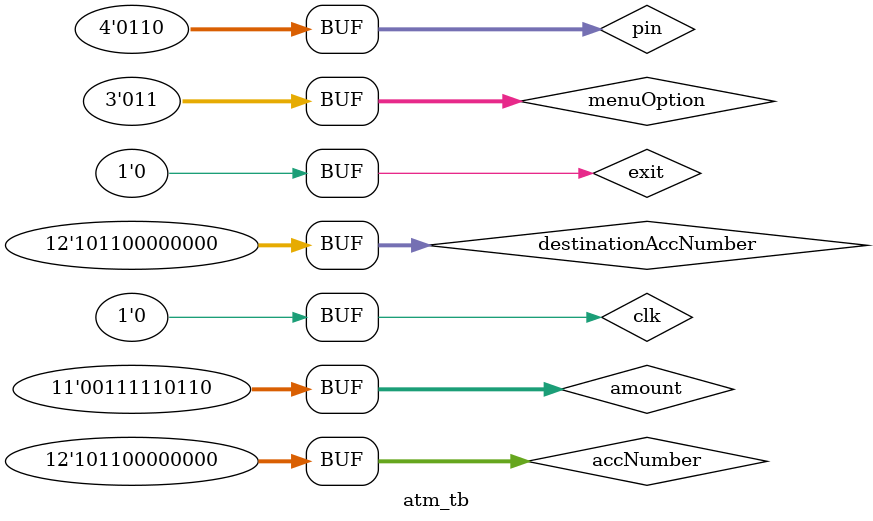
<source format=v>

`define true 1'b1
`define false 1'b0

`define FIND 1'b0
`define AUTHENTICATE 1'b1

`define WAITING               3'b000
`define GET_PIN               3'b001
`define MENU                  3'b010
`define BALANCE               3'b011
`define WITHDRAW              3'b100
`define WITHDRAW_SHOW_BALANCE 3'b101
`define TRANSACTION           3'b110
`define DONE                  3'b111

module atm_tb();
  
  reg clk, exit;
  reg [11:0] accNumber;
  reg [3:0] pin;
  reg [11:0] destinationAccNumber;
  reg [2:0] menuOption;
  reg [10:0] amount;
  wire error;
  wire [10:0] balance;
  
  ATM atmModule(clk, exit, accNumber, pin, destinationAccNumber, menuOption, amount, error, balance);
  
  
  initial begin
    clk = 1'b0;
  end
  
   always @(error) begin
      if(error == `true)
        $display("Error!, action causes an invalid operation.");
   end
  
  initial begin
	

    //incorrect PIN
    accNumber = 12'd2278;
    pin = 4'b0100;
    
    #30

    //valid credentials
    accNumber = 12'd2178;
    pin = 4'b0100;
    
    #30
    
    //withdraw some money and then show the balance
    amount = 100;
	menuOption = `WITHDRAW_SHOW_BALANCE;
    clk = ~clk;#5clk = ~clk;
    #30

    //show the balance
	menuOption = `BALANCE;
    clk = ~clk;#5clk = ~clk;
    #30
    
    //withdraw too much money, resulting in an error
    amount = 2500;
	menuOption = `WITHDRAW;
    clk = ~clk;#5clk = ~clk;
    #30

    //the balance wont change because an error happened during withdrawal
	menuOption = `BALANCE;
    clk = ~clk;#5clk = ~clk;
    #30


    //transfer some money to the destination account with number 2816
    amount = 50;
    destinationAccNumber = 2816;
	menuOption = `TRANSACTION;
    clk = ~clk;#5clk = ~clk;
    #30

    //transfer too much money to the destination account with number 2816 which exceeds 2047 and cuases an error
    amount = 2550;
    destinationAccNumber = 2816;
	menuOption = `TRANSACTION;
    clk = ~clk;#5clk = ~clk;
    #30
    

    //exit the system
    exit = 1;
    #30
    exit = 0;
    #30
    
    //log in using the account with number 2816
    accNumber = 12'd2816;
    pin = 4'b0110;
    #30

    //you'll see that the balance is more than the default value because we had trasnsferred some money to this account a while ago
    menuOption = `BALANCE;
    clk = ~clk;#5clk = ~clk;
    #30;
    
  end
  
endmodule

</source>
